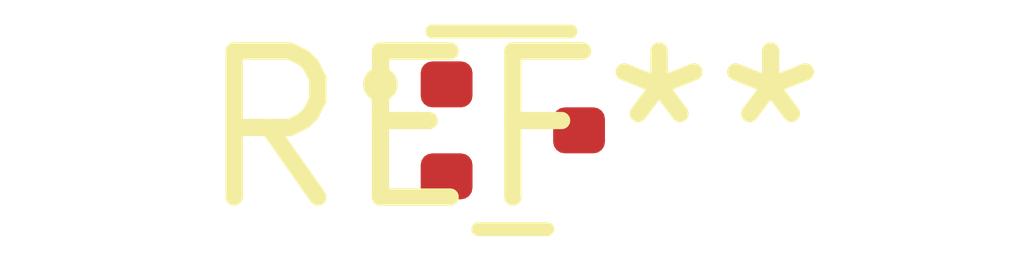
<source format=kicad_pcb>
(kicad_pcb (version 20240108) (generator pcbnew)
  (layers (0 "F.Cu" signal) (31 "B.Cu" signal) (34 "B.Paste" user) (35 "F.Paste" user) (36 "B.SilkS" user "B.Silkscreen") (37 "F.SilkS" user "F.Silkscreen") (38 "B.Mask" user) (39 "F.Mask" user) (44 "Edge.Cuts" user))
  (net 0 "")
  (footprint "SOT-723" (layer "F.Cu") (at 0 0)
    (property "Reference" "REF**")
    (property "Value" "SOT-723")
    (fp_line (start 0.3 0.86) (end -0.3 0.86) (layer "F.SilkS") (stroke (width 0.12)))
    (fp_line (start 0.5 -0.86) (end -0.7 -0.86) (layer "F.SilkS") (stroke (width 0.12)))
    (fp_circle (center -1.15 -0.4) (end -1 -0.4) (layer "F.SilkS") (fill solid))
    (pad "1" smd roundrect (at -0.575 -0.4) (size 0.45 0.4) (layers "F.Cu" "F.Paste" "F.Mask"))
    (pad "2" smd roundrect (at -0.575 0.4) (size 0.45 0.4) (layers "F.Cu" "F.Paste" "F.Mask"))
    (pad "3" smd roundrect (at 0.575 0) (size 0.45 0.4) (layers "F.Cu" "F.Paste" "F.Mask"))
  )
)
</source>
